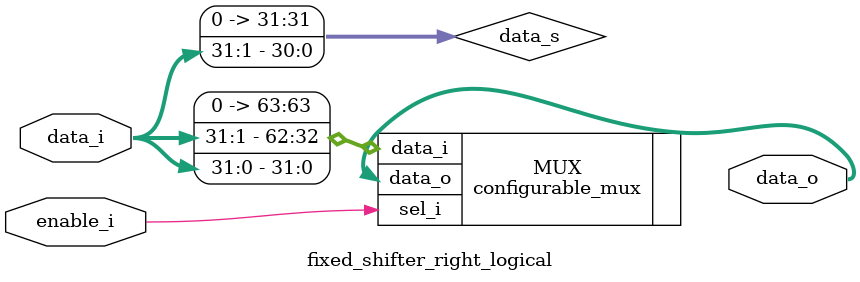
<source format=sv>

`timescale 1ns/1ps

module fixed_shifter_right_logical #(
	parameter nb_bits_data = 32,
	parameter shift_value = 1
)(
	input logic [nb_bits_data-1:0] data_i,
	input logic enable_i,
	output logic [nb_bits_data-1:0] data_o
);
	//Internal connections declaration
	logic [nb_bits_data-1:0] data_s;
	//Mux declaration
	configurable_mux #(1,nb_bits_data) MUX (
		.data_i({data_s,
			data_i}),
		.sel_i(enable_i),
		.data_o(data_o)
	);
	//Shift of the bits by the fixed value
	assign data_s[nb_bits_data - shift_value-1:0] = data_i[nb_bits_data-1:shift_value];
	assign data_s[nb_bits_data-1:nb_bits_data - shift_value] = 0;
endmodule : fixed_shifter_right_logical

</source>
